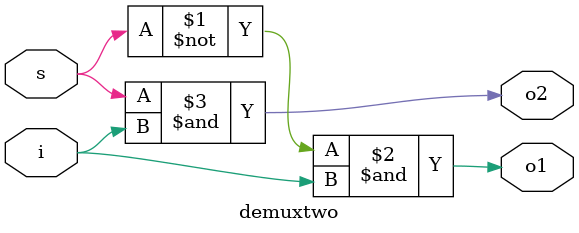
<source format=v>
module demuxtwo(
  input i,s,
  output o1,o2);
  assign o1=(~s&i);
  assign o2=(s&i);
endmodule

</source>
